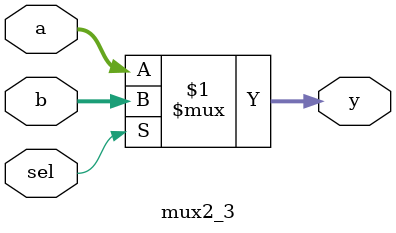
<source format=v>
`timescale 1ns / 1ns

module mux2_3(sel, a, b, y);

	input sel;
	input  [2:0] a, b;
	output [2:0] y;
	
	assign y = sel ? b : a;
	
endmodule

</source>
